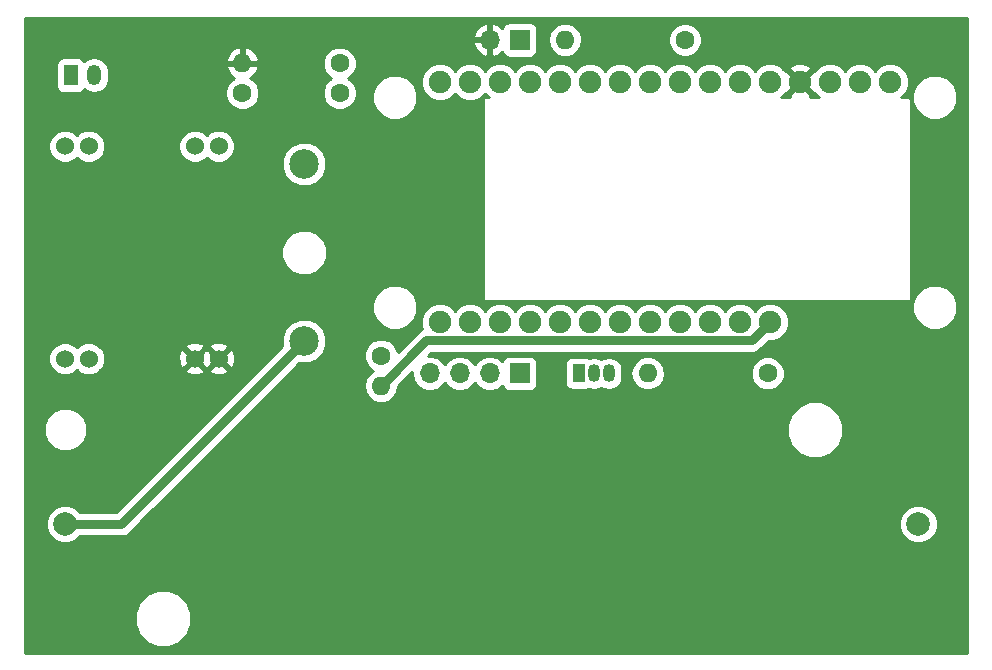
<source format=gbr>
%TF.GenerationSoftware,KiCad,Pcbnew,(5.0.2)-1*%
%TF.CreationDate,2019-03-08T17:26:47-06:00*%
%TF.ProjectId,IoT IPRO (plant pot),496f5420-4950-4524-9f20-28706c616e74,rev?*%
%TF.SameCoordinates,Original*%
%TF.FileFunction,Copper,L2,Bot*%
%TF.FilePolarity,Positive*%
%FSLAX46Y46*%
G04 Gerber Fmt 4.6, Leading zero omitted, Abs format (unit mm)*
G04 Created by KiCad (PCBNEW (5.0.2)-1) date 3/8/2019 5:26:47 PM*
%MOMM*%
%LPD*%
G01*
G04 APERTURE LIST*
%ADD10C,1.600000*%
%ADD11O,1.600000X1.600000*%
%ADD12C,1.524000*%
%ADD13C,2.500000*%
%ADD14R,1.200000X1.750000*%
%ADD15O,1.200000X1.750000*%
%ADD16C,1.900000*%
%ADD17C,2.000000*%
%ADD18R,1.700000X1.700000*%
%ADD19O,1.700000X1.700000*%
%ADD20R,1.050000X1.500000*%
%ADD21O,1.050000X1.500000*%
%ADD22C,0.800000*%
%ADD23C,0.800000*%
%ADD24C,0.254000*%
G04 APERTURE END LIST*
D10*
X77500000Y-39500000D03*
D11*
X77500000Y-36960000D03*
D10*
X89250000Y-61750000D03*
D11*
X89250000Y-64290000D03*
D12*
X73500000Y-44000000D03*
X64500000Y-62000000D03*
X62500000Y-62000000D03*
X73500000Y-62000000D03*
X75500000Y-62000000D03*
X62500000Y-44000000D03*
X64500000Y-44000000D03*
X75500000Y-44000000D03*
D10*
X85750000Y-39500000D03*
X85750000Y-37000000D03*
D13*
X82750000Y-45500000D03*
X82750000Y-60500000D03*
D14*
X63000000Y-38000000D03*
D15*
X65000000Y-38000000D03*
D10*
X115000000Y-35000000D03*
D11*
X104840000Y-35000000D03*
D16*
X122190000Y-58890000D03*
X119650000Y-58890000D03*
X117110000Y-58890000D03*
X114570000Y-58890000D03*
X112030000Y-58890000D03*
X109490000Y-58890000D03*
X106950000Y-58890000D03*
X104410000Y-58890000D03*
X101870000Y-58890000D03*
X99330000Y-58890000D03*
X96790000Y-58890000D03*
X94250000Y-58890000D03*
X94250000Y-38570000D03*
X96790000Y-38570000D03*
X99330000Y-38570000D03*
X101870000Y-38570000D03*
X104410000Y-38570000D03*
X106950000Y-38570000D03*
X109490000Y-38570000D03*
X112030000Y-38570000D03*
X114570000Y-38570000D03*
X117110000Y-38570000D03*
X119650000Y-38570000D03*
X122190000Y-38570000D03*
X124730000Y-38570000D03*
X127270000Y-38570000D03*
X129810000Y-38570000D03*
X132350000Y-38570000D03*
D17*
X134740000Y-76000000D03*
X62520000Y-76000000D03*
D18*
X101000000Y-63240000D03*
D19*
X98460000Y-63240000D03*
X95920000Y-63240000D03*
X93380000Y-63240000D03*
D18*
X101000000Y-35000000D03*
D19*
X98460000Y-35000000D03*
D11*
X111840000Y-63240000D03*
D10*
X122000000Y-63240000D03*
D20*
X106000000Y-63240000D03*
D21*
X108540000Y-63240000D03*
X107270000Y-63240000D03*
D22*
X73000000Y-38250000D03*
D23*
X67250000Y-76000000D02*
X82750000Y-60500000D01*
X62520000Y-76000000D02*
X67250000Y-76000000D01*
X120639999Y-60440001D02*
X121240001Y-59839999D01*
X93099999Y-60440001D02*
X120639999Y-60440001D01*
X121240001Y-59839999D02*
X122190000Y-58890000D01*
X89250000Y-64290000D02*
X93099999Y-60440001D01*
D24*
G36*
X138873000Y-86873000D02*
X59127000Y-86873000D01*
X59127000Y-83520621D01*
X68390000Y-83520621D01*
X68390000Y-84479379D01*
X68756900Y-85365156D01*
X69434844Y-86043100D01*
X70320621Y-86410000D01*
X71279379Y-86410000D01*
X72165156Y-86043100D01*
X72843100Y-85365156D01*
X73210000Y-84479379D01*
X73210000Y-83520621D01*
X72843100Y-82634844D01*
X72165156Y-81956900D01*
X71279379Y-81590000D01*
X70320621Y-81590000D01*
X69434844Y-81956900D01*
X68756900Y-82634844D01*
X68390000Y-83520621D01*
X59127000Y-83520621D01*
X59127000Y-75674778D01*
X60885000Y-75674778D01*
X60885000Y-76325222D01*
X61133914Y-76926153D01*
X61593847Y-77386086D01*
X62194778Y-77635000D01*
X62845222Y-77635000D01*
X63446153Y-77386086D01*
X63797239Y-77035000D01*
X67148066Y-77035000D01*
X67250000Y-77055276D01*
X67351934Y-77035000D01*
X67351935Y-77035000D01*
X67653837Y-76974948D01*
X67996193Y-76746193D01*
X68053937Y-76659773D01*
X69038932Y-75674778D01*
X133105000Y-75674778D01*
X133105000Y-76325222D01*
X133353914Y-76926153D01*
X133813847Y-77386086D01*
X134414778Y-77635000D01*
X135065222Y-77635000D01*
X135666153Y-77386086D01*
X136126086Y-76926153D01*
X136375000Y-76325222D01*
X136375000Y-75674778D01*
X136126086Y-75073847D01*
X135666153Y-74613914D01*
X135065222Y-74365000D01*
X134414778Y-74365000D01*
X133813847Y-74613914D01*
X133353914Y-75073847D01*
X133105000Y-75674778D01*
X69038932Y-75674778D01*
X77193089Y-67520621D01*
X123590000Y-67520621D01*
X123590000Y-68479379D01*
X123956900Y-69365156D01*
X124634844Y-70043100D01*
X125520621Y-70410000D01*
X126479379Y-70410000D01*
X127365156Y-70043100D01*
X128043100Y-69365156D01*
X128410000Y-68479379D01*
X128410000Y-67520621D01*
X128043100Y-66634844D01*
X127365156Y-65956900D01*
X126479379Y-65590000D01*
X125520621Y-65590000D01*
X124634844Y-65956900D01*
X123956900Y-66634844D01*
X123590000Y-67520621D01*
X77193089Y-67520621D01*
X80423710Y-64290000D01*
X87786887Y-64290000D01*
X87898260Y-64849909D01*
X88215423Y-65324577D01*
X88690091Y-65641740D01*
X89108667Y-65725000D01*
X89391333Y-65725000D01*
X89809909Y-65641740D01*
X90284577Y-65324577D01*
X90601740Y-64849909D01*
X90712965Y-64290745D01*
X91891284Y-63112427D01*
X91865908Y-63240000D01*
X91981161Y-63819418D01*
X92309375Y-64310625D01*
X92800582Y-64638839D01*
X93233744Y-64725000D01*
X93526256Y-64725000D01*
X93959418Y-64638839D01*
X94450625Y-64310625D01*
X94650000Y-64012239D01*
X94849375Y-64310625D01*
X95340582Y-64638839D01*
X95773744Y-64725000D01*
X96066256Y-64725000D01*
X96499418Y-64638839D01*
X96990625Y-64310625D01*
X97190000Y-64012239D01*
X97389375Y-64310625D01*
X97880582Y-64638839D01*
X98313744Y-64725000D01*
X98606256Y-64725000D01*
X99039418Y-64638839D01*
X99530625Y-64310625D01*
X99542816Y-64292381D01*
X99551843Y-64337765D01*
X99692191Y-64547809D01*
X99902235Y-64688157D01*
X100150000Y-64737440D01*
X101850000Y-64737440D01*
X102097765Y-64688157D01*
X102307809Y-64547809D01*
X102448157Y-64337765D01*
X102497440Y-64090000D01*
X102497440Y-62490000D01*
X104827560Y-62490000D01*
X104827560Y-63990000D01*
X104876843Y-64237765D01*
X105017191Y-64447809D01*
X105227235Y-64588157D01*
X105475000Y-64637440D01*
X106525000Y-64637440D01*
X106772765Y-64588157D01*
X106818134Y-64557842D01*
X107270000Y-64647725D01*
X107722609Y-64557695D01*
X107905000Y-64435825D01*
X108087392Y-64557695D01*
X108540000Y-64647725D01*
X108992609Y-64557695D01*
X109376313Y-64301313D01*
X109632695Y-63917608D01*
X109700000Y-63579245D01*
X109700000Y-63240000D01*
X110376887Y-63240000D01*
X110488260Y-63799909D01*
X110805423Y-64274577D01*
X111280091Y-64591740D01*
X111698667Y-64675000D01*
X111981333Y-64675000D01*
X112399909Y-64591740D01*
X112874577Y-64274577D01*
X113191740Y-63799909D01*
X113303113Y-63240000D01*
X113246336Y-62954561D01*
X120565000Y-62954561D01*
X120565000Y-63525439D01*
X120783466Y-64052862D01*
X121187138Y-64456534D01*
X121714561Y-64675000D01*
X122285439Y-64675000D01*
X122812862Y-64456534D01*
X123216534Y-64052862D01*
X123435000Y-63525439D01*
X123435000Y-62954561D01*
X123216534Y-62427138D01*
X122812862Y-62023466D01*
X122285439Y-61805000D01*
X121714561Y-61805000D01*
X121187138Y-62023466D01*
X120783466Y-62427138D01*
X120565000Y-62954561D01*
X113246336Y-62954561D01*
X113191740Y-62680091D01*
X112874577Y-62205423D01*
X112399909Y-61888260D01*
X111981333Y-61805000D01*
X111698667Y-61805000D01*
X111280091Y-61888260D01*
X110805423Y-62205423D01*
X110488260Y-62680091D01*
X110376887Y-63240000D01*
X109700000Y-63240000D01*
X109700000Y-62900754D01*
X109632695Y-62562391D01*
X109376313Y-62178687D01*
X108992608Y-61922305D01*
X108540000Y-61832275D01*
X108087391Y-61922305D01*
X107905000Y-62044175D01*
X107722608Y-61922305D01*
X107270000Y-61832275D01*
X106818133Y-61922157D01*
X106772765Y-61891843D01*
X106525000Y-61842560D01*
X105475000Y-61842560D01*
X105227235Y-61891843D01*
X105017191Y-62032191D01*
X104876843Y-62242235D01*
X104827560Y-62490000D01*
X102497440Y-62490000D01*
X102497440Y-62390000D01*
X102448157Y-62142235D01*
X102307809Y-61932191D01*
X102097765Y-61791843D01*
X101850000Y-61742560D01*
X100150000Y-61742560D01*
X99902235Y-61791843D01*
X99692191Y-61932191D01*
X99551843Y-62142235D01*
X99542816Y-62187619D01*
X99530625Y-62169375D01*
X99039418Y-61841161D01*
X98606256Y-61755000D01*
X98313744Y-61755000D01*
X97880582Y-61841161D01*
X97389375Y-62169375D01*
X97190000Y-62467761D01*
X96990625Y-62169375D01*
X96499418Y-61841161D01*
X96066256Y-61755000D01*
X95773744Y-61755000D01*
X95340582Y-61841161D01*
X94849375Y-62169375D01*
X94650000Y-62467761D01*
X94450625Y-62169375D01*
X93959418Y-61841161D01*
X93526256Y-61755000D01*
X93248711Y-61755000D01*
X93528710Y-61475001D01*
X120538065Y-61475001D01*
X120639999Y-61495277D01*
X120741933Y-61475001D01*
X120741934Y-61475001D01*
X121043836Y-61414949D01*
X121386192Y-61186194D01*
X121443936Y-61099774D01*
X122068710Y-60475000D01*
X122505276Y-60475000D01*
X123087830Y-60233698D01*
X123533698Y-59787830D01*
X123775000Y-59205276D01*
X123775000Y-58574724D01*
X123533698Y-57992170D01*
X123087830Y-57546302D01*
X122505276Y-57305000D01*
X121874724Y-57305000D01*
X121292170Y-57546302D01*
X120920000Y-57918472D01*
X120547830Y-57546302D01*
X119965276Y-57305000D01*
X119334724Y-57305000D01*
X118752170Y-57546302D01*
X118380000Y-57918472D01*
X118007830Y-57546302D01*
X117425276Y-57305000D01*
X116794724Y-57305000D01*
X116212170Y-57546302D01*
X115840000Y-57918472D01*
X115467830Y-57546302D01*
X114885276Y-57305000D01*
X114254724Y-57305000D01*
X113672170Y-57546302D01*
X113300000Y-57918472D01*
X112927830Y-57546302D01*
X112345276Y-57305000D01*
X111714724Y-57305000D01*
X111132170Y-57546302D01*
X110760000Y-57918472D01*
X110387830Y-57546302D01*
X109805276Y-57305000D01*
X109174724Y-57305000D01*
X108592170Y-57546302D01*
X108220000Y-57918472D01*
X107847830Y-57546302D01*
X107265276Y-57305000D01*
X106634724Y-57305000D01*
X106052170Y-57546302D01*
X105680000Y-57918472D01*
X105307830Y-57546302D01*
X104725276Y-57305000D01*
X104094724Y-57305000D01*
X103512170Y-57546302D01*
X103140000Y-57918472D01*
X102767830Y-57546302D01*
X102185276Y-57305000D01*
X101554724Y-57305000D01*
X100972170Y-57546302D01*
X100600000Y-57918472D01*
X100227830Y-57546302D01*
X99645276Y-57305000D01*
X99014724Y-57305000D01*
X98432170Y-57546302D01*
X98060000Y-57918472D01*
X97687830Y-57546302D01*
X97105276Y-57305000D01*
X96474724Y-57305000D01*
X95892170Y-57546302D01*
X95520000Y-57918472D01*
X95147830Y-57546302D01*
X94565276Y-57305000D01*
X93934724Y-57305000D01*
X93352170Y-57546302D01*
X92906302Y-57992170D01*
X92665000Y-58574724D01*
X92665000Y-59205276D01*
X92766785Y-59451005D01*
X92696162Y-59465053D01*
X92353806Y-59693808D01*
X92296064Y-59780225D01*
X90663539Y-61412750D01*
X90466534Y-60937138D01*
X90062862Y-60533466D01*
X89535439Y-60315000D01*
X88964561Y-60315000D01*
X88437138Y-60533466D01*
X88033466Y-60937138D01*
X87815000Y-61464561D01*
X87815000Y-62035439D01*
X88033466Y-62562862D01*
X88437138Y-62966534D01*
X88567168Y-63020394D01*
X88215423Y-63255423D01*
X87898260Y-63730091D01*
X87786887Y-64290000D01*
X80423710Y-64290000D01*
X82342283Y-62371428D01*
X82375050Y-62385000D01*
X83124950Y-62385000D01*
X83817767Y-62098026D01*
X84348026Y-61567767D01*
X84635000Y-60874950D01*
X84635000Y-60125050D01*
X84348026Y-59432233D01*
X83817767Y-58901974D01*
X83124950Y-58615000D01*
X82375050Y-58615000D01*
X81682233Y-58901974D01*
X81151974Y-59432233D01*
X80865000Y-60125050D01*
X80865000Y-60874950D01*
X80878572Y-60907717D01*
X66821290Y-74965000D01*
X63797239Y-74965000D01*
X63446153Y-74613914D01*
X62845222Y-74365000D01*
X62194778Y-74365000D01*
X61593847Y-74613914D01*
X61133914Y-75073847D01*
X60885000Y-75674778D01*
X59127000Y-75674778D01*
X59127000Y-67635990D01*
X60690000Y-67635990D01*
X60690000Y-68364010D01*
X60968601Y-69036612D01*
X61483388Y-69551399D01*
X62155990Y-69830000D01*
X62884010Y-69830000D01*
X63556612Y-69551399D01*
X64071399Y-69036612D01*
X64350000Y-68364010D01*
X64350000Y-67635990D01*
X64071399Y-66963388D01*
X63556612Y-66448601D01*
X62884010Y-66170000D01*
X62155990Y-66170000D01*
X61483388Y-66448601D01*
X60968601Y-66963388D01*
X60690000Y-67635990D01*
X59127000Y-67635990D01*
X59127000Y-61722119D01*
X61103000Y-61722119D01*
X61103000Y-62277881D01*
X61315680Y-62791337D01*
X61708663Y-63184320D01*
X62222119Y-63397000D01*
X62777881Y-63397000D01*
X63291337Y-63184320D01*
X63500000Y-62975657D01*
X63708663Y-63184320D01*
X64222119Y-63397000D01*
X64777881Y-63397000D01*
X65291337Y-63184320D01*
X65495444Y-62980213D01*
X72699392Y-62980213D01*
X72768857Y-63222397D01*
X73292302Y-63409144D01*
X73847368Y-63381362D01*
X74231143Y-63222397D01*
X74300608Y-62980213D01*
X74699392Y-62980213D01*
X74768857Y-63222397D01*
X75292302Y-63409144D01*
X75847368Y-63381362D01*
X76231143Y-63222397D01*
X76300608Y-62980213D01*
X75500000Y-62179605D01*
X74699392Y-62980213D01*
X74300608Y-62980213D01*
X73500000Y-62179605D01*
X72699392Y-62980213D01*
X65495444Y-62980213D01*
X65684320Y-62791337D01*
X65897000Y-62277881D01*
X65897000Y-61792302D01*
X72090856Y-61792302D01*
X72118638Y-62347368D01*
X72277603Y-62731143D01*
X72519787Y-62800608D01*
X73320395Y-62000000D01*
X73679605Y-62000000D01*
X74183455Y-62503850D01*
X74277603Y-62731143D01*
X74464297Y-62784692D01*
X74480213Y-62800608D01*
X74500000Y-62794933D01*
X74519787Y-62800608D01*
X74535703Y-62784692D01*
X74722397Y-62731143D01*
X74796245Y-62524150D01*
X75320395Y-62000000D01*
X75679605Y-62000000D01*
X76480213Y-62800608D01*
X76722397Y-62731143D01*
X76909144Y-62207698D01*
X76881362Y-61652632D01*
X76722397Y-61268857D01*
X76480213Y-61199392D01*
X75679605Y-62000000D01*
X75320395Y-62000000D01*
X74816545Y-61496150D01*
X74722397Y-61268857D01*
X74535703Y-61215308D01*
X74519787Y-61199392D01*
X74500000Y-61205067D01*
X74480213Y-61199392D01*
X74464297Y-61215308D01*
X74277603Y-61268857D01*
X74203755Y-61475850D01*
X73679605Y-62000000D01*
X73320395Y-62000000D01*
X72519787Y-61199392D01*
X72277603Y-61268857D01*
X72090856Y-61792302D01*
X65897000Y-61792302D01*
X65897000Y-61722119D01*
X65684320Y-61208663D01*
X65495444Y-61019787D01*
X72699392Y-61019787D01*
X73500000Y-61820395D01*
X74300608Y-61019787D01*
X74699392Y-61019787D01*
X75500000Y-61820395D01*
X76300608Y-61019787D01*
X76231143Y-60777603D01*
X75707698Y-60590856D01*
X75152632Y-60618638D01*
X74768857Y-60777603D01*
X74699392Y-61019787D01*
X74300608Y-61019787D01*
X74231143Y-60777603D01*
X73707698Y-60590856D01*
X73152632Y-60618638D01*
X72768857Y-60777603D01*
X72699392Y-61019787D01*
X65495444Y-61019787D01*
X65291337Y-60815680D01*
X64777881Y-60603000D01*
X64222119Y-60603000D01*
X63708663Y-60815680D01*
X63500000Y-61024343D01*
X63291337Y-60815680D01*
X62777881Y-60603000D01*
X62222119Y-60603000D01*
X61708663Y-60815680D01*
X61315680Y-61208663D01*
X61103000Y-61722119D01*
X59127000Y-61722119D01*
X59127000Y-57241072D01*
X88535000Y-57241072D01*
X88535000Y-57998928D01*
X88825019Y-58699096D01*
X89360904Y-59234981D01*
X90061072Y-59525000D01*
X90818928Y-59525000D01*
X91519096Y-59234981D01*
X92054981Y-58699096D01*
X92345000Y-57998928D01*
X92345000Y-57241072D01*
X134255000Y-57241072D01*
X134255000Y-57998928D01*
X134545019Y-58699096D01*
X135080904Y-59234981D01*
X135781072Y-59525000D01*
X136538928Y-59525000D01*
X137239096Y-59234981D01*
X137774981Y-58699096D01*
X138065000Y-57998928D01*
X138065000Y-57241072D01*
X137774981Y-56540904D01*
X137239096Y-56005019D01*
X136538928Y-55715000D01*
X135781072Y-55715000D01*
X135080904Y-56005019D01*
X134545019Y-56540904D01*
X134255000Y-57241072D01*
X92345000Y-57241072D01*
X92054981Y-56540904D01*
X91519096Y-56005019D01*
X90818928Y-55715000D01*
X90061072Y-55715000D01*
X89360904Y-56005019D01*
X88825019Y-56540904D01*
X88535000Y-57241072D01*
X59127000Y-57241072D01*
X59127000Y-52615105D01*
X80815000Y-52615105D01*
X80815000Y-53384895D01*
X81109586Y-54096090D01*
X81653910Y-54640414D01*
X82365105Y-54935000D01*
X83134895Y-54935000D01*
X83846090Y-54640414D01*
X84390414Y-54096090D01*
X84685000Y-53384895D01*
X84685000Y-52615105D01*
X84390414Y-51903910D01*
X83846090Y-51359586D01*
X83134895Y-51065000D01*
X82365105Y-51065000D01*
X81653910Y-51359586D01*
X81109586Y-51903910D01*
X80815000Y-52615105D01*
X59127000Y-52615105D01*
X59127000Y-43722119D01*
X61103000Y-43722119D01*
X61103000Y-44277881D01*
X61315680Y-44791337D01*
X61708663Y-45184320D01*
X62222119Y-45397000D01*
X62777881Y-45397000D01*
X63291337Y-45184320D01*
X63500000Y-44975657D01*
X63708663Y-45184320D01*
X64222119Y-45397000D01*
X64777881Y-45397000D01*
X65291337Y-45184320D01*
X65684320Y-44791337D01*
X65897000Y-44277881D01*
X65897000Y-43722119D01*
X72103000Y-43722119D01*
X72103000Y-44277881D01*
X72315680Y-44791337D01*
X72708663Y-45184320D01*
X73222119Y-45397000D01*
X73777881Y-45397000D01*
X74291337Y-45184320D01*
X74500000Y-44975657D01*
X74708663Y-45184320D01*
X75222119Y-45397000D01*
X75777881Y-45397000D01*
X76291337Y-45184320D01*
X76350607Y-45125050D01*
X80865000Y-45125050D01*
X80865000Y-45874950D01*
X81151974Y-46567767D01*
X81682233Y-47098026D01*
X82375050Y-47385000D01*
X83124950Y-47385000D01*
X83817767Y-47098026D01*
X84348026Y-46567767D01*
X84635000Y-45874950D01*
X84635000Y-45125050D01*
X84348026Y-44432233D01*
X83817767Y-43901974D01*
X83124950Y-43615000D01*
X82375050Y-43615000D01*
X81682233Y-43901974D01*
X81151974Y-44432233D01*
X80865000Y-45125050D01*
X76350607Y-45125050D01*
X76684320Y-44791337D01*
X76897000Y-44277881D01*
X76897000Y-43722119D01*
X76684320Y-43208663D01*
X76291337Y-42815680D01*
X75777881Y-42603000D01*
X75222119Y-42603000D01*
X74708663Y-42815680D01*
X74500000Y-43024343D01*
X74291337Y-42815680D01*
X73777881Y-42603000D01*
X73222119Y-42603000D01*
X72708663Y-42815680D01*
X72315680Y-43208663D01*
X72103000Y-43722119D01*
X65897000Y-43722119D01*
X65684320Y-43208663D01*
X65291337Y-42815680D01*
X64777881Y-42603000D01*
X64222119Y-42603000D01*
X63708663Y-42815680D01*
X63500000Y-43024343D01*
X63291337Y-42815680D01*
X62777881Y-42603000D01*
X62222119Y-42603000D01*
X61708663Y-42815680D01*
X61315680Y-43208663D01*
X61103000Y-43722119D01*
X59127000Y-43722119D01*
X59127000Y-37125000D01*
X61752560Y-37125000D01*
X61752560Y-38875000D01*
X61801843Y-39122765D01*
X61942191Y-39332809D01*
X62152235Y-39473157D01*
X62400000Y-39522440D01*
X63600000Y-39522440D01*
X63847765Y-39473157D01*
X64057809Y-39332809D01*
X64151140Y-39193130D01*
X64518128Y-39438344D01*
X65000000Y-39534195D01*
X65481873Y-39438344D01*
X65816787Y-39214561D01*
X76065000Y-39214561D01*
X76065000Y-39785439D01*
X76283466Y-40312862D01*
X76687138Y-40716534D01*
X77214561Y-40935000D01*
X77785439Y-40935000D01*
X78312862Y-40716534D01*
X78716534Y-40312862D01*
X78935000Y-39785439D01*
X78935000Y-39214561D01*
X78716534Y-38687138D01*
X78312862Y-38283466D01*
X78163573Y-38221628D01*
X78237423Y-38191041D01*
X78652389Y-37815134D01*
X78891914Y-37309041D01*
X78770629Y-37087000D01*
X77627000Y-37087000D01*
X77627000Y-37107000D01*
X77373000Y-37107000D01*
X77373000Y-37087000D01*
X76229371Y-37087000D01*
X76108086Y-37309041D01*
X76347611Y-37815134D01*
X76762577Y-38191041D01*
X76836427Y-38221628D01*
X76687138Y-38283466D01*
X76283466Y-38687138D01*
X76065000Y-39214561D01*
X65816787Y-39214561D01*
X65890385Y-39165385D01*
X66163344Y-38756872D01*
X66235000Y-38396635D01*
X66235000Y-37603364D01*
X66163344Y-37243127D01*
X65890385Y-36834615D01*
X65555660Y-36610959D01*
X76108086Y-36610959D01*
X76229371Y-36833000D01*
X77373000Y-36833000D01*
X77373000Y-35690085D01*
X77627000Y-35690085D01*
X77627000Y-36833000D01*
X78770629Y-36833000D01*
X78835323Y-36714561D01*
X84315000Y-36714561D01*
X84315000Y-37285439D01*
X84533466Y-37812862D01*
X84937138Y-38216534D01*
X85017932Y-38250000D01*
X84937138Y-38283466D01*
X84533466Y-38687138D01*
X84315000Y-39214561D01*
X84315000Y-39785439D01*
X84533466Y-40312862D01*
X84937138Y-40716534D01*
X85464561Y-40935000D01*
X86035439Y-40935000D01*
X86562862Y-40716534D01*
X86966534Y-40312862D01*
X87185000Y-39785439D01*
X87185000Y-39461072D01*
X88535000Y-39461072D01*
X88535000Y-40218928D01*
X88825019Y-40919096D01*
X89360904Y-41454981D01*
X90061072Y-41745000D01*
X90818928Y-41745000D01*
X91519096Y-41454981D01*
X92054981Y-40919096D01*
X92345000Y-40218928D01*
X92345000Y-39461072D01*
X92054981Y-38760904D01*
X91548801Y-38254724D01*
X92665000Y-38254724D01*
X92665000Y-38885276D01*
X92906302Y-39467830D01*
X93352170Y-39913698D01*
X93934724Y-40155000D01*
X94565276Y-40155000D01*
X95147830Y-39913698D01*
X95520000Y-39541528D01*
X95892170Y-39913698D01*
X96474724Y-40155000D01*
X97105276Y-40155000D01*
X97687830Y-39913698D01*
X98060000Y-39541528D01*
X98391472Y-39873000D01*
X98000000Y-39873000D01*
X97951399Y-39882667D01*
X97910197Y-39910197D01*
X97882667Y-39951399D01*
X97873000Y-40000000D01*
X97873000Y-57000000D01*
X97882667Y-57048601D01*
X97910197Y-57089803D01*
X97951399Y-57117333D01*
X98000000Y-57127000D01*
X134000000Y-57127000D01*
X134048601Y-57117333D01*
X134089803Y-57089803D01*
X134117333Y-57048601D01*
X134127000Y-57000000D01*
X134127000Y-40000000D01*
X134117333Y-39951399D01*
X134089803Y-39910197D01*
X134048601Y-39882667D01*
X134000000Y-39873000D01*
X133288528Y-39873000D01*
X133693698Y-39467830D01*
X133696497Y-39461072D01*
X134255000Y-39461072D01*
X134255000Y-40218928D01*
X134545019Y-40919096D01*
X135080904Y-41454981D01*
X135781072Y-41745000D01*
X136538928Y-41745000D01*
X137239096Y-41454981D01*
X137774981Y-40919096D01*
X138065000Y-40218928D01*
X138065000Y-39461072D01*
X137774981Y-38760904D01*
X137239096Y-38225019D01*
X136538928Y-37935000D01*
X135781072Y-37935000D01*
X135080904Y-38225019D01*
X134545019Y-38760904D01*
X134255000Y-39461072D01*
X133696497Y-39461072D01*
X133935000Y-38885276D01*
X133935000Y-38254724D01*
X133693698Y-37672170D01*
X133247830Y-37226302D01*
X132665276Y-36985000D01*
X132034724Y-36985000D01*
X131452170Y-37226302D01*
X131080000Y-37598472D01*
X130707830Y-37226302D01*
X130125276Y-36985000D01*
X129494724Y-36985000D01*
X128912170Y-37226302D01*
X128540000Y-37598472D01*
X128167830Y-37226302D01*
X127585276Y-36985000D01*
X126954724Y-36985000D01*
X126372170Y-37226302D01*
X125934163Y-37664309D01*
X125846350Y-37633255D01*
X124909605Y-38570000D01*
X125846350Y-39506745D01*
X125934163Y-39475691D01*
X126331472Y-39873000D01*
X125600738Y-39873000D01*
X125666745Y-39686350D01*
X124730000Y-38749605D01*
X123793255Y-39686350D01*
X123859262Y-39873000D01*
X123128528Y-39873000D01*
X123525837Y-39475691D01*
X123613650Y-39506745D01*
X124550395Y-38570000D01*
X123613650Y-37633255D01*
X123525837Y-37664309D01*
X123315178Y-37453650D01*
X123793255Y-37453650D01*
X124730000Y-38390395D01*
X125666745Y-37453650D01*
X125574208Y-37191981D01*
X124982602Y-36973812D01*
X124352539Y-36998648D01*
X123885792Y-37191981D01*
X123793255Y-37453650D01*
X123315178Y-37453650D01*
X123087830Y-37226302D01*
X122505276Y-36985000D01*
X121874724Y-36985000D01*
X121292170Y-37226302D01*
X120920000Y-37598472D01*
X120547830Y-37226302D01*
X119965276Y-36985000D01*
X119334724Y-36985000D01*
X118752170Y-37226302D01*
X118380000Y-37598472D01*
X118007830Y-37226302D01*
X117425276Y-36985000D01*
X116794724Y-36985000D01*
X116212170Y-37226302D01*
X115840000Y-37598472D01*
X115467830Y-37226302D01*
X114885276Y-36985000D01*
X114254724Y-36985000D01*
X113672170Y-37226302D01*
X113300000Y-37598472D01*
X112927830Y-37226302D01*
X112345276Y-36985000D01*
X111714724Y-36985000D01*
X111132170Y-37226302D01*
X110760000Y-37598472D01*
X110387830Y-37226302D01*
X109805276Y-36985000D01*
X109174724Y-36985000D01*
X108592170Y-37226302D01*
X108220000Y-37598472D01*
X107847830Y-37226302D01*
X107265276Y-36985000D01*
X106634724Y-36985000D01*
X106052170Y-37226302D01*
X105680000Y-37598472D01*
X105307830Y-37226302D01*
X104725276Y-36985000D01*
X104094724Y-36985000D01*
X103512170Y-37226302D01*
X103140000Y-37598472D01*
X102767830Y-37226302D01*
X102185276Y-36985000D01*
X101554724Y-36985000D01*
X100972170Y-37226302D01*
X100600000Y-37598472D01*
X100227830Y-37226302D01*
X99645276Y-36985000D01*
X99014724Y-36985000D01*
X98432170Y-37226302D01*
X98060000Y-37598472D01*
X97687830Y-37226302D01*
X97105276Y-36985000D01*
X96474724Y-36985000D01*
X95892170Y-37226302D01*
X95520000Y-37598472D01*
X95147830Y-37226302D01*
X94565276Y-36985000D01*
X93934724Y-36985000D01*
X93352170Y-37226302D01*
X92906302Y-37672170D01*
X92665000Y-38254724D01*
X91548801Y-38254724D01*
X91519096Y-38225019D01*
X90818928Y-37935000D01*
X90061072Y-37935000D01*
X89360904Y-38225019D01*
X88825019Y-38760904D01*
X88535000Y-39461072D01*
X87185000Y-39461072D01*
X87185000Y-39214561D01*
X86966534Y-38687138D01*
X86562862Y-38283466D01*
X86482068Y-38250000D01*
X86562862Y-38216534D01*
X86966534Y-37812862D01*
X87185000Y-37285439D01*
X87185000Y-36714561D01*
X86966534Y-36187138D01*
X86562862Y-35783466D01*
X86035439Y-35565000D01*
X85464561Y-35565000D01*
X84937138Y-35783466D01*
X84533466Y-36187138D01*
X84315000Y-36714561D01*
X78835323Y-36714561D01*
X78891914Y-36610959D01*
X78652389Y-36104866D01*
X78237423Y-35728959D01*
X77849039Y-35568096D01*
X77627000Y-35690085D01*
X77373000Y-35690085D01*
X77150961Y-35568096D01*
X76762577Y-35728959D01*
X76347611Y-36104866D01*
X76108086Y-36610959D01*
X65555660Y-36610959D01*
X65481872Y-36561656D01*
X65000000Y-36465805D01*
X64518127Y-36561656D01*
X64151140Y-36806869D01*
X64057809Y-36667191D01*
X63847765Y-36526843D01*
X63600000Y-36477560D01*
X62400000Y-36477560D01*
X62152235Y-36526843D01*
X61942191Y-36667191D01*
X61801843Y-36877235D01*
X61752560Y-37125000D01*
X59127000Y-37125000D01*
X59127000Y-35356892D01*
X97018514Y-35356892D01*
X97264817Y-35881358D01*
X97693076Y-36271645D01*
X98103110Y-36441476D01*
X98333000Y-36320155D01*
X98333000Y-35127000D01*
X97139181Y-35127000D01*
X97018514Y-35356892D01*
X59127000Y-35356892D01*
X59127000Y-34643108D01*
X97018514Y-34643108D01*
X97139181Y-34873000D01*
X98333000Y-34873000D01*
X98333000Y-33679845D01*
X98587000Y-33679845D01*
X98587000Y-34873000D01*
X98607000Y-34873000D01*
X98607000Y-35127000D01*
X98587000Y-35127000D01*
X98587000Y-36320155D01*
X98816890Y-36441476D01*
X99226924Y-36271645D01*
X99531261Y-35994292D01*
X99551843Y-36097765D01*
X99692191Y-36307809D01*
X99902235Y-36448157D01*
X100150000Y-36497440D01*
X101850000Y-36497440D01*
X102097765Y-36448157D01*
X102307809Y-36307809D01*
X102448157Y-36097765D01*
X102497440Y-35850000D01*
X102497440Y-35000000D01*
X103376887Y-35000000D01*
X103488260Y-35559909D01*
X103805423Y-36034577D01*
X104280091Y-36351740D01*
X104698667Y-36435000D01*
X104981333Y-36435000D01*
X105399909Y-36351740D01*
X105874577Y-36034577D01*
X106191740Y-35559909D01*
X106303113Y-35000000D01*
X106246336Y-34714561D01*
X113565000Y-34714561D01*
X113565000Y-35285439D01*
X113783466Y-35812862D01*
X114187138Y-36216534D01*
X114714561Y-36435000D01*
X115285439Y-36435000D01*
X115812862Y-36216534D01*
X116216534Y-35812862D01*
X116435000Y-35285439D01*
X116435000Y-34714561D01*
X116216534Y-34187138D01*
X115812862Y-33783466D01*
X115285439Y-33565000D01*
X114714561Y-33565000D01*
X114187138Y-33783466D01*
X113783466Y-34187138D01*
X113565000Y-34714561D01*
X106246336Y-34714561D01*
X106191740Y-34440091D01*
X105874577Y-33965423D01*
X105399909Y-33648260D01*
X104981333Y-33565000D01*
X104698667Y-33565000D01*
X104280091Y-33648260D01*
X103805423Y-33965423D01*
X103488260Y-34440091D01*
X103376887Y-35000000D01*
X102497440Y-35000000D01*
X102497440Y-34150000D01*
X102448157Y-33902235D01*
X102307809Y-33692191D01*
X102097765Y-33551843D01*
X101850000Y-33502560D01*
X100150000Y-33502560D01*
X99902235Y-33551843D01*
X99692191Y-33692191D01*
X99551843Y-33902235D01*
X99531261Y-34005708D01*
X99226924Y-33728355D01*
X98816890Y-33558524D01*
X98587000Y-33679845D01*
X98333000Y-33679845D01*
X98103110Y-33558524D01*
X97693076Y-33728355D01*
X97264817Y-34118642D01*
X97018514Y-34643108D01*
X59127000Y-34643108D01*
X59127000Y-33127000D01*
X138873000Y-33127000D01*
X138873000Y-86873000D01*
X138873000Y-86873000D01*
G37*
X138873000Y-86873000D02*
X59127000Y-86873000D01*
X59127000Y-83520621D01*
X68390000Y-83520621D01*
X68390000Y-84479379D01*
X68756900Y-85365156D01*
X69434844Y-86043100D01*
X70320621Y-86410000D01*
X71279379Y-86410000D01*
X72165156Y-86043100D01*
X72843100Y-85365156D01*
X73210000Y-84479379D01*
X73210000Y-83520621D01*
X72843100Y-82634844D01*
X72165156Y-81956900D01*
X71279379Y-81590000D01*
X70320621Y-81590000D01*
X69434844Y-81956900D01*
X68756900Y-82634844D01*
X68390000Y-83520621D01*
X59127000Y-83520621D01*
X59127000Y-75674778D01*
X60885000Y-75674778D01*
X60885000Y-76325222D01*
X61133914Y-76926153D01*
X61593847Y-77386086D01*
X62194778Y-77635000D01*
X62845222Y-77635000D01*
X63446153Y-77386086D01*
X63797239Y-77035000D01*
X67148066Y-77035000D01*
X67250000Y-77055276D01*
X67351934Y-77035000D01*
X67351935Y-77035000D01*
X67653837Y-76974948D01*
X67996193Y-76746193D01*
X68053937Y-76659773D01*
X69038932Y-75674778D01*
X133105000Y-75674778D01*
X133105000Y-76325222D01*
X133353914Y-76926153D01*
X133813847Y-77386086D01*
X134414778Y-77635000D01*
X135065222Y-77635000D01*
X135666153Y-77386086D01*
X136126086Y-76926153D01*
X136375000Y-76325222D01*
X136375000Y-75674778D01*
X136126086Y-75073847D01*
X135666153Y-74613914D01*
X135065222Y-74365000D01*
X134414778Y-74365000D01*
X133813847Y-74613914D01*
X133353914Y-75073847D01*
X133105000Y-75674778D01*
X69038932Y-75674778D01*
X77193089Y-67520621D01*
X123590000Y-67520621D01*
X123590000Y-68479379D01*
X123956900Y-69365156D01*
X124634844Y-70043100D01*
X125520621Y-70410000D01*
X126479379Y-70410000D01*
X127365156Y-70043100D01*
X128043100Y-69365156D01*
X128410000Y-68479379D01*
X128410000Y-67520621D01*
X128043100Y-66634844D01*
X127365156Y-65956900D01*
X126479379Y-65590000D01*
X125520621Y-65590000D01*
X124634844Y-65956900D01*
X123956900Y-66634844D01*
X123590000Y-67520621D01*
X77193089Y-67520621D01*
X80423710Y-64290000D01*
X87786887Y-64290000D01*
X87898260Y-64849909D01*
X88215423Y-65324577D01*
X88690091Y-65641740D01*
X89108667Y-65725000D01*
X89391333Y-65725000D01*
X89809909Y-65641740D01*
X90284577Y-65324577D01*
X90601740Y-64849909D01*
X90712965Y-64290745D01*
X91891284Y-63112427D01*
X91865908Y-63240000D01*
X91981161Y-63819418D01*
X92309375Y-64310625D01*
X92800582Y-64638839D01*
X93233744Y-64725000D01*
X93526256Y-64725000D01*
X93959418Y-64638839D01*
X94450625Y-64310625D01*
X94650000Y-64012239D01*
X94849375Y-64310625D01*
X95340582Y-64638839D01*
X95773744Y-64725000D01*
X96066256Y-64725000D01*
X96499418Y-64638839D01*
X96990625Y-64310625D01*
X97190000Y-64012239D01*
X97389375Y-64310625D01*
X97880582Y-64638839D01*
X98313744Y-64725000D01*
X98606256Y-64725000D01*
X99039418Y-64638839D01*
X99530625Y-64310625D01*
X99542816Y-64292381D01*
X99551843Y-64337765D01*
X99692191Y-64547809D01*
X99902235Y-64688157D01*
X100150000Y-64737440D01*
X101850000Y-64737440D01*
X102097765Y-64688157D01*
X102307809Y-64547809D01*
X102448157Y-64337765D01*
X102497440Y-64090000D01*
X102497440Y-62490000D01*
X104827560Y-62490000D01*
X104827560Y-63990000D01*
X104876843Y-64237765D01*
X105017191Y-64447809D01*
X105227235Y-64588157D01*
X105475000Y-64637440D01*
X106525000Y-64637440D01*
X106772765Y-64588157D01*
X106818134Y-64557842D01*
X107270000Y-64647725D01*
X107722609Y-64557695D01*
X107905000Y-64435825D01*
X108087392Y-64557695D01*
X108540000Y-64647725D01*
X108992609Y-64557695D01*
X109376313Y-64301313D01*
X109632695Y-63917608D01*
X109700000Y-63579245D01*
X109700000Y-63240000D01*
X110376887Y-63240000D01*
X110488260Y-63799909D01*
X110805423Y-64274577D01*
X111280091Y-64591740D01*
X111698667Y-64675000D01*
X111981333Y-64675000D01*
X112399909Y-64591740D01*
X112874577Y-64274577D01*
X113191740Y-63799909D01*
X113303113Y-63240000D01*
X113246336Y-62954561D01*
X120565000Y-62954561D01*
X120565000Y-63525439D01*
X120783466Y-64052862D01*
X121187138Y-64456534D01*
X121714561Y-64675000D01*
X122285439Y-64675000D01*
X122812862Y-64456534D01*
X123216534Y-64052862D01*
X123435000Y-63525439D01*
X123435000Y-62954561D01*
X123216534Y-62427138D01*
X122812862Y-62023466D01*
X122285439Y-61805000D01*
X121714561Y-61805000D01*
X121187138Y-62023466D01*
X120783466Y-62427138D01*
X120565000Y-62954561D01*
X113246336Y-62954561D01*
X113191740Y-62680091D01*
X112874577Y-62205423D01*
X112399909Y-61888260D01*
X111981333Y-61805000D01*
X111698667Y-61805000D01*
X111280091Y-61888260D01*
X110805423Y-62205423D01*
X110488260Y-62680091D01*
X110376887Y-63240000D01*
X109700000Y-63240000D01*
X109700000Y-62900754D01*
X109632695Y-62562391D01*
X109376313Y-62178687D01*
X108992608Y-61922305D01*
X108540000Y-61832275D01*
X108087391Y-61922305D01*
X107905000Y-62044175D01*
X107722608Y-61922305D01*
X107270000Y-61832275D01*
X106818133Y-61922157D01*
X106772765Y-61891843D01*
X106525000Y-61842560D01*
X105475000Y-61842560D01*
X105227235Y-61891843D01*
X105017191Y-62032191D01*
X104876843Y-62242235D01*
X104827560Y-62490000D01*
X102497440Y-62490000D01*
X102497440Y-62390000D01*
X102448157Y-62142235D01*
X102307809Y-61932191D01*
X102097765Y-61791843D01*
X101850000Y-61742560D01*
X100150000Y-61742560D01*
X99902235Y-61791843D01*
X99692191Y-61932191D01*
X99551843Y-62142235D01*
X99542816Y-62187619D01*
X99530625Y-62169375D01*
X99039418Y-61841161D01*
X98606256Y-61755000D01*
X98313744Y-61755000D01*
X97880582Y-61841161D01*
X97389375Y-62169375D01*
X97190000Y-62467761D01*
X96990625Y-62169375D01*
X96499418Y-61841161D01*
X96066256Y-61755000D01*
X95773744Y-61755000D01*
X95340582Y-61841161D01*
X94849375Y-62169375D01*
X94650000Y-62467761D01*
X94450625Y-62169375D01*
X93959418Y-61841161D01*
X93526256Y-61755000D01*
X93248711Y-61755000D01*
X93528710Y-61475001D01*
X120538065Y-61475001D01*
X120639999Y-61495277D01*
X120741933Y-61475001D01*
X120741934Y-61475001D01*
X121043836Y-61414949D01*
X121386192Y-61186194D01*
X121443936Y-61099774D01*
X122068710Y-60475000D01*
X122505276Y-60475000D01*
X123087830Y-60233698D01*
X123533698Y-59787830D01*
X123775000Y-59205276D01*
X123775000Y-58574724D01*
X123533698Y-57992170D01*
X123087830Y-57546302D01*
X122505276Y-57305000D01*
X121874724Y-57305000D01*
X121292170Y-57546302D01*
X120920000Y-57918472D01*
X120547830Y-57546302D01*
X119965276Y-57305000D01*
X119334724Y-57305000D01*
X118752170Y-57546302D01*
X118380000Y-57918472D01*
X118007830Y-57546302D01*
X117425276Y-57305000D01*
X116794724Y-57305000D01*
X116212170Y-57546302D01*
X115840000Y-57918472D01*
X115467830Y-57546302D01*
X114885276Y-57305000D01*
X114254724Y-57305000D01*
X113672170Y-57546302D01*
X113300000Y-57918472D01*
X112927830Y-57546302D01*
X112345276Y-57305000D01*
X111714724Y-57305000D01*
X111132170Y-57546302D01*
X110760000Y-57918472D01*
X110387830Y-57546302D01*
X109805276Y-57305000D01*
X109174724Y-57305000D01*
X108592170Y-57546302D01*
X108220000Y-57918472D01*
X107847830Y-57546302D01*
X107265276Y-57305000D01*
X106634724Y-57305000D01*
X106052170Y-57546302D01*
X105680000Y-57918472D01*
X105307830Y-57546302D01*
X104725276Y-57305000D01*
X104094724Y-57305000D01*
X103512170Y-57546302D01*
X103140000Y-57918472D01*
X102767830Y-57546302D01*
X102185276Y-57305000D01*
X101554724Y-57305000D01*
X100972170Y-57546302D01*
X100600000Y-57918472D01*
X100227830Y-57546302D01*
X99645276Y-57305000D01*
X99014724Y-57305000D01*
X98432170Y-57546302D01*
X98060000Y-57918472D01*
X97687830Y-57546302D01*
X97105276Y-57305000D01*
X96474724Y-57305000D01*
X95892170Y-57546302D01*
X95520000Y-57918472D01*
X95147830Y-57546302D01*
X94565276Y-57305000D01*
X93934724Y-57305000D01*
X93352170Y-57546302D01*
X92906302Y-57992170D01*
X92665000Y-58574724D01*
X92665000Y-59205276D01*
X92766785Y-59451005D01*
X92696162Y-59465053D01*
X92353806Y-59693808D01*
X92296064Y-59780225D01*
X90663539Y-61412750D01*
X90466534Y-60937138D01*
X90062862Y-60533466D01*
X89535439Y-60315000D01*
X88964561Y-60315000D01*
X88437138Y-60533466D01*
X88033466Y-60937138D01*
X87815000Y-61464561D01*
X87815000Y-62035439D01*
X88033466Y-62562862D01*
X88437138Y-62966534D01*
X88567168Y-63020394D01*
X88215423Y-63255423D01*
X87898260Y-63730091D01*
X87786887Y-64290000D01*
X80423710Y-64290000D01*
X82342283Y-62371428D01*
X82375050Y-62385000D01*
X83124950Y-62385000D01*
X83817767Y-62098026D01*
X84348026Y-61567767D01*
X84635000Y-60874950D01*
X84635000Y-60125050D01*
X84348026Y-59432233D01*
X83817767Y-58901974D01*
X83124950Y-58615000D01*
X82375050Y-58615000D01*
X81682233Y-58901974D01*
X81151974Y-59432233D01*
X80865000Y-60125050D01*
X80865000Y-60874950D01*
X80878572Y-60907717D01*
X66821290Y-74965000D01*
X63797239Y-74965000D01*
X63446153Y-74613914D01*
X62845222Y-74365000D01*
X62194778Y-74365000D01*
X61593847Y-74613914D01*
X61133914Y-75073847D01*
X60885000Y-75674778D01*
X59127000Y-75674778D01*
X59127000Y-67635990D01*
X60690000Y-67635990D01*
X60690000Y-68364010D01*
X60968601Y-69036612D01*
X61483388Y-69551399D01*
X62155990Y-69830000D01*
X62884010Y-69830000D01*
X63556612Y-69551399D01*
X64071399Y-69036612D01*
X64350000Y-68364010D01*
X64350000Y-67635990D01*
X64071399Y-66963388D01*
X63556612Y-66448601D01*
X62884010Y-66170000D01*
X62155990Y-66170000D01*
X61483388Y-66448601D01*
X60968601Y-66963388D01*
X60690000Y-67635990D01*
X59127000Y-67635990D01*
X59127000Y-61722119D01*
X61103000Y-61722119D01*
X61103000Y-62277881D01*
X61315680Y-62791337D01*
X61708663Y-63184320D01*
X62222119Y-63397000D01*
X62777881Y-63397000D01*
X63291337Y-63184320D01*
X63500000Y-62975657D01*
X63708663Y-63184320D01*
X64222119Y-63397000D01*
X64777881Y-63397000D01*
X65291337Y-63184320D01*
X65495444Y-62980213D01*
X72699392Y-62980213D01*
X72768857Y-63222397D01*
X73292302Y-63409144D01*
X73847368Y-63381362D01*
X74231143Y-63222397D01*
X74300608Y-62980213D01*
X74699392Y-62980213D01*
X74768857Y-63222397D01*
X75292302Y-63409144D01*
X75847368Y-63381362D01*
X76231143Y-63222397D01*
X76300608Y-62980213D01*
X75500000Y-62179605D01*
X74699392Y-62980213D01*
X74300608Y-62980213D01*
X73500000Y-62179605D01*
X72699392Y-62980213D01*
X65495444Y-62980213D01*
X65684320Y-62791337D01*
X65897000Y-62277881D01*
X65897000Y-61792302D01*
X72090856Y-61792302D01*
X72118638Y-62347368D01*
X72277603Y-62731143D01*
X72519787Y-62800608D01*
X73320395Y-62000000D01*
X73679605Y-62000000D01*
X74183455Y-62503850D01*
X74277603Y-62731143D01*
X74464297Y-62784692D01*
X74480213Y-62800608D01*
X74500000Y-62794933D01*
X74519787Y-62800608D01*
X74535703Y-62784692D01*
X74722397Y-62731143D01*
X74796245Y-62524150D01*
X75320395Y-62000000D01*
X75679605Y-62000000D01*
X76480213Y-62800608D01*
X76722397Y-62731143D01*
X76909144Y-62207698D01*
X76881362Y-61652632D01*
X76722397Y-61268857D01*
X76480213Y-61199392D01*
X75679605Y-62000000D01*
X75320395Y-62000000D01*
X74816545Y-61496150D01*
X74722397Y-61268857D01*
X74535703Y-61215308D01*
X74519787Y-61199392D01*
X74500000Y-61205067D01*
X74480213Y-61199392D01*
X74464297Y-61215308D01*
X74277603Y-61268857D01*
X74203755Y-61475850D01*
X73679605Y-62000000D01*
X73320395Y-62000000D01*
X72519787Y-61199392D01*
X72277603Y-61268857D01*
X72090856Y-61792302D01*
X65897000Y-61792302D01*
X65897000Y-61722119D01*
X65684320Y-61208663D01*
X65495444Y-61019787D01*
X72699392Y-61019787D01*
X73500000Y-61820395D01*
X74300608Y-61019787D01*
X74699392Y-61019787D01*
X75500000Y-61820395D01*
X76300608Y-61019787D01*
X76231143Y-60777603D01*
X75707698Y-60590856D01*
X75152632Y-60618638D01*
X74768857Y-60777603D01*
X74699392Y-61019787D01*
X74300608Y-61019787D01*
X74231143Y-60777603D01*
X73707698Y-60590856D01*
X73152632Y-60618638D01*
X72768857Y-60777603D01*
X72699392Y-61019787D01*
X65495444Y-61019787D01*
X65291337Y-60815680D01*
X64777881Y-60603000D01*
X64222119Y-60603000D01*
X63708663Y-60815680D01*
X63500000Y-61024343D01*
X63291337Y-60815680D01*
X62777881Y-60603000D01*
X62222119Y-60603000D01*
X61708663Y-60815680D01*
X61315680Y-61208663D01*
X61103000Y-61722119D01*
X59127000Y-61722119D01*
X59127000Y-57241072D01*
X88535000Y-57241072D01*
X88535000Y-57998928D01*
X88825019Y-58699096D01*
X89360904Y-59234981D01*
X90061072Y-59525000D01*
X90818928Y-59525000D01*
X91519096Y-59234981D01*
X92054981Y-58699096D01*
X92345000Y-57998928D01*
X92345000Y-57241072D01*
X134255000Y-57241072D01*
X134255000Y-57998928D01*
X134545019Y-58699096D01*
X135080904Y-59234981D01*
X135781072Y-59525000D01*
X136538928Y-59525000D01*
X137239096Y-59234981D01*
X137774981Y-58699096D01*
X138065000Y-57998928D01*
X138065000Y-57241072D01*
X137774981Y-56540904D01*
X137239096Y-56005019D01*
X136538928Y-55715000D01*
X135781072Y-55715000D01*
X135080904Y-56005019D01*
X134545019Y-56540904D01*
X134255000Y-57241072D01*
X92345000Y-57241072D01*
X92054981Y-56540904D01*
X91519096Y-56005019D01*
X90818928Y-55715000D01*
X90061072Y-55715000D01*
X89360904Y-56005019D01*
X88825019Y-56540904D01*
X88535000Y-57241072D01*
X59127000Y-57241072D01*
X59127000Y-52615105D01*
X80815000Y-52615105D01*
X80815000Y-53384895D01*
X81109586Y-54096090D01*
X81653910Y-54640414D01*
X82365105Y-54935000D01*
X83134895Y-54935000D01*
X83846090Y-54640414D01*
X84390414Y-54096090D01*
X84685000Y-53384895D01*
X84685000Y-52615105D01*
X84390414Y-51903910D01*
X83846090Y-51359586D01*
X83134895Y-51065000D01*
X82365105Y-51065000D01*
X81653910Y-51359586D01*
X81109586Y-51903910D01*
X80815000Y-52615105D01*
X59127000Y-52615105D01*
X59127000Y-43722119D01*
X61103000Y-43722119D01*
X61103000Y-44277881D01*
X61315680Y-44791337D01*
X61708663Y-45184320D01*
X62222119Y-45397000D01*
X62777881Y-45397000D01*
X63291337Y-45184320D01*
X63500000Y-44975657D01*
X63708663Y-45184320D01*
X64222119Y-45397000D01*
X64777881Y-45397000D01*
X65291337Y-45184320D01*
X65684320Y-44791337D01*
X65897000Y-44277881D01*
X65897000Y-43722119D01*
X72103000Y-43722119D01*
X72103000Y-44277881D01*
X72315680Y-44791337D01*
X72708663Y-45184320D01*
X73222119Y-45397000D01*
X73777881Y-45397000D01*
X74291337Y-45184320D01*
X74500000Y-44975657D01*
X74708663Y-45184320D01*
X75222119Y-45397000D01*
X75777881Y-45397000D01*
X76291337Y-45184320D01*
X76350607Y-45125050D01*
X80865000Y-45125050D01*
X80865000Y-45874950D01*
X81151974Y-46567767D01*
X81682233Y-47098026D01*
X82375050Y-47385000D01*
X83124950Y-47385000D01*
X83817767Y-47098026D01*
X84348026Y-46567767D01*
X84635000Y-45874950D01*
X84635000Y-45125050D01*
X84348026Y-44432233D01*
X83817767Y-43901974D01*
X83124950Y-43615000D01*
X82375050Y-43615000D01*
X81682233Y-43901974D01*
X81151974Y-44432233D01*
X80865000Y-45125050D01*
X76350607Y-45125050D01*
X76684320Y-44791337D01*
X76897000Y-44277881D01*
X76897000Y-43722119D01*
X76684320Y-43208663D01*
X76291337Y-42815680D01*
X75777881Y-42603000D01*
X75222119Y-42603000D01*
X74708663Y-42815680D01*
X74500000Y-43024343D01*
X74291337Y-42815680D01*
X73777881Y-42603000D01*
X73222119Y-42603000D01*
X72708663Y-42815680D01*
X72315680Y-43208663D01*
X72103000Y-43722119D01*
X65897000Y-43722119D01*
X65684320Y-43208663D01*
X65291337Y-42815680D01*
X64777881Y-42603000D01*
X64222119Y-42603000D01*
X63708663Y-42815680D01*
X63500000Y-43024343D01*
X63291337Y-42815680D01*
X62777881Y-42603000D01*
X62222119Y-42603000D01*
X61708663Y-42815680D01*
X61315680Y-43208663D01*
X61103000Y-43722119D01*
X59127000Y-43722119D01*
X59127000Y-37125000D01*
X61752560Y-37125000D01*
X61752560Y-38875000D01*
X61801843Y-39122765D01*
X61942191Y-39332809D01*
X62152235Y-39473157D01*
X62400000Y-39522440D01*
X63600000Y-39522440D01*
X63847765Y-39473157D01*
X64057809Y-39332809D01*
X64151140Y-39193130D01*
X64518128Y-39438344D01*
X65000000Y-39534195D01*
X65481873Y-39438344D01*
X65816787Y-39214561D01*
X76065000Y-39214561D01*
X76065000Y-39785439D01*
X76283466Y-40312862D01*
X76687138Y-40716534D01*
X77214561Y-40935000D01*
X77785439Y-40935000D01*
X78312862Y-40716534D01*
X78716534Y-40312862D01*
X78935000Y-39785439D01*
X78935000Y-39214561D01*
X78716534Y-38687138D01*
X78312862Y-38283466D01*
X78163573Y-38221628D01*
X78237423Y-38191041D01*
X78652389Y-37815134D01*
X78891914Y-37309041D01*
X78770629Y-37087000D01*
X77627000Y-37087000D01*
X77627000Y-37107000D01*
X77373000Y-37107000D01*
X77373000Y-37087000D01*
X76229371Y-37087000D01*
X76108086Y-37309041D01*
X76347611Y-37815134D01*
X76762577Y-38191041D01*
X76836427Y-38221628D01*
X76687138Y-38283466D01*
X76283466Y-38687138D01*
X76065000Y-39214561D01*
X65816787Y-39214561D01*
X65890385Y-39165385D01*
X66163344Y-38756872D01*
X66235000Y-38396635D01*
X66235000Y-37603364D01*
X66163344Y-37243127D01*
X65890385Y-36834615D01*
X65555660Y-36610959D01*
X76108086Y-36610959D01*
X76229371Y-36833000D01*
X77373000Y-36833000D01*
X77373000Y-35690085D01*
X77627000Y-35690085D01*
X77627000Y-36833000D01*
X78770629Y-36833000D01*
X78835323Y-36714561D01*
X84315000Y-36714561D01*
X84315000Y-37285439D01*
X84533466Y-37812862D01*
X84937138Y-38216534D01*
X85017932Y-38250000D01*
X84937138Y-38283466D01*
X84533466Y-38687138D01*
X84315000Y-39214561D01*
X84315000Y-39785439D01*
X84533466Y-40312862D01*
X84937138Y-40716534D01*
X85464561Y-40935000D01*
X86035439Y-40935000D01*
X86562862Y-40716534D01*
X86966534Y-40312862D01*
X87185000Y-39785439D01*
X87185000Y-39461072D01*
X88535000Y-39461072D01*
X88535000Y-40218928D01*
X88825019Y-40919096D01*
X89360904Y-41454981D01*
X90061072Y-41745000D01*
X90818928Y-41745000D01*
X91519096Y-41454981D01*
X92054981Y-40919096D01*
X92345000Y-40218928D01*
X92345000Y-39461072D01*
X92054981Y-38760904D01*
X91548801Y-38254724D01*
X92665000Y-38254724D01*
X92665000Y-38885276D01*
X92906302Y-39467830D01*
X93352170Y-39913698D01*
X93934724Y-40155000D01*
X94565276Y-40155000D01*
X95147830Y-39913698D01*
X95520000Y-39541528D01*
X95892170Y-39913698D01*
X96474724Y-40155000D01*
X97105276Y-40155000D01*
X97687830Y-39913698D01*
X98060000Y-39541528D01*
X98391472Y-39873000D01*
X98000000Y-39873000D01*
X97951399Y-39882667D01*
X97910197Y-39910197D01*
X97882667Y-39951399D01*
X97873000Y-40000000D01*
X97873000Y-57000000D01*
X97882667Y-57048601D01*
X97910197Y-57089803D01*
X97951399Y-57117333D01*
X98000000Y-57127000D01*
X134000000Y-57127000D01*
X134048601Y-57117333D01*
X134089803Y-57089803D01*
X134117333Y-57048601D01*
X134127000Y-57000000D01*
X134127000Y-40000000D01*
X134117333Y-39951399D01*
X134089803Y-39910197D01*
X134048601Y-39882667D01*
X134000000Y-39873000D01*
X133288528Y-39873000D01*
X133693698Y-39467830D01*
X133696497Y-39461072D01*
X134255000Y-39461072D01*
X134255000Y-40218928D01*
X134545019Y-40919096D01*
X135080904Y-41454981D01*
X135781072Y-41745000D01*
X136538928Y-41745000D01*
X137239096Y-41454981D01*
X137774981Y-40919096D01*
X138065000Y-40218928D01*
X138065000Y-39461072D01*
X137774981Y-38760904D01*
X137239096Y-38225019D01*
X136538928Y-37935000D01*
X135781072Y-37935000D01*
X135080904Y-38225019D01*
X134545019Y-38760904D01*
X134255000Y-39461072D01*
X133696497Y-39461072D01*
X133935000Y-38885276D01*
X133935000Y-38254724D01*
X133693698Y-37672170D01*
X133247830Y-37226302D01*
X132665276Y-36985000D01*
X132034724Y-36985000D01*
X131452170Y-37226302D01*
X131080000Y-37598472D01*
X130707830Y-37226302D01*
X130125276Y-36985000D01*
X129494724Y-36985000D01*
X128912170Y-37226302D01*
X128540000Y-37598472D01*
X128167830Y-37226302D01*
X127585276Y-36985000D01*
X126954724Y-36985000D01*
X126372170Y-37226302D01*
X125934163Y-37664309D01*
X125846350Y-37633255D01*
X124909605Y-38570000D01*
X125846350Y-39506745D01*
X125934163Y-39475691D01*
X126331472Y-39873000D01*
X125600738Y-39873000D01*
X125666745Y-39686350D01*
X124730000Y-38749605D01*
X123793255Y-39686350D01*
X123859262Y-39873000D01*
X123128528Y-39873000D01*
X123525837Y-39475691D01*
X123613650Y-39506745D01*
X124550395Y-38570000D01*
X123613650Y-37633255D01*
X123525837Y-37664309D01*
X123315178Y-37453650D01*
X123793255Y-37453650D01*
X124730000Y-38390395D01*
X125666745Y-37453650D01*
X125574208Y-37191981D01*
X124982602Y-36973812D01*
X124352539Y-36998648D01*
X123885792Y-37191981D01*
X123793255Y-37453650D01*
X123315178Y-37453650D01*
X123087830Y-37226302D01*
X122505276Y-36985000D01*
X121874724Y-36985000D01*
X121292170Y-37226302D01*
X120920000Y-37598472D01*
X120547830Y-37226302D01*
X119965276Y-36985000D01*
X119334724Y-36985000D01*
X118752170Y-37226302D01*
X118380000Y-37598472D01*
X118007830Y-37226302D01*
X117425276Y-36985000D01*
X116794724Y-36985000D01*
X116212170Y-37226302D01*
X115840000Y-37598472D01*
X115467830Y-37226302D01*
X114885276Y-36985000D01*
X114254724Y-36985000D01*
X113672170Y-37226302D01*
X113300000Y-37598472D01*
X112927830Y-37226302D01*
X112345276Y-36985000D01*
X111714724Y-36985000D01*
X111132170Y-37226302D01*
X110760000Y-37598472D01*
X110387830Y-37226302D01*
X109805276Y-36985000D01*
X109174724Y-36985000D01*
X108592170Y-37226302D01*
X108220000Y-37598472D01*
X107847830Y-37226302D01*
X107265276Y-36985000D01*
X106634724Y-36985000D01*
X106052170Y-37226302D01*
X105680000Y-37598472D01*
X105307830Y-37226302D01*
X104725276Y-36985000D01*
X104094724Y-36985000D01*
X103512170Y-37226302D01*
X103140000Y-37598472D01*
X102767830Y-37226302D01*
X102185276Y-36985000D01*
X101554724Y-36985000D01*
X100972170Y-37226302D01*
X100600000Y-37598472D01*
X100227830Y-37226302D01*
X99645276Y-36985000D01*
X99014724Y-36985000D01*
X98432170Y-37226302D01*
X98060000Y-37598472D01*
X97687830Y-37226302D01*
X97105276Y-36985000D01*
X96474724Y-36985000D01*
X95892170Y-37226302D01*
X95520000Y-37598472D01*
X95147830Y-37226302D01*
X94565276Y-36985000D01*
X93934724Y-36985000D01*
X93352170Y-37226302D01*
X92906302Y-37672170D01*
X92665000Y-38254724D01*
X91548801Y-38254724D01*
X91519096Y-38225019D01*
X90818928Y-37935000D01*
X90061072Y-37935000D01*
X89360904Y-38225019D01*
X88825019Y-38760904D01*
X88535000Y-39461072D01*
X87185000Y-39461072D01*
X87185000Y-39214561D01*
X86966534Y-38687138D01*
X86562862Y-38283466D01*
X86482068Y-38250000D01*
X86562862Y-38216534D01*
X86966534Y-37812862D01*
X87185000Y-37285439D01*
X87185000Y-36714561D01*
X86966534Y-36187138D01*
X86562862Y-35783466D01*
X86035439Y-35565000D01*
X85464561Y-35565000D01*
X84937138Y-35783466D01*
X84533466Y-36187138D01*
X84315000Y-36714561D01*
X78835323Y-36714561D01*
X78891914Y-36610959D01*
X78652389Y-36104866D01*
X78237423Y-35728959D01*
X77849039Y-35568096D01*
X77627000Y-35690085D01*
X77373000Y-35690085D01*
X77150961Y-35568096D01*
X76762577Y-35728959D01*
X76347611Y-36104866D01*
X76108086Y-36610959D01*
X65555660Y-36610959D01*
X65481872Y-36561656D01*
X65000000Y-36465805D01*
X64518127Y-36561656D01*
X64151140Y-36806869D01*
X64057809Y-36667191D01*
X63847765Y-36526843D01*
X63600000Y-36477560D01*
X62400000Y-36477560D01*
X62152235Y-36526843D01*
X61942191Y-36667191D01*
X61801843Y-36877235D01*
X61752560Y-37125000D01*
X59127000Y-37125000D01*
X59127000Y-35356892D01*
X97018514Y-35356892D01*
X97264817Y-35881358D01*
X97693076Y-36271645D01*
X98103110Y-36441476D01*
X98333000Y-36320155D01*
X98333000Y-35127000D01*
X97139181Y-35127000D01*
X97018514Y-35356892D01*
X59127000Y-35356892D01*
X59127000Y-34643108D01*
X97018514Y-34643108D01*
X97139181Y-34873000D01*
X98333000Y-34873000D01*
X98333000Y-33679845D01*
X98587000Y-33679845D01*
X98587000Y-34873000D01*
X98607000Y-34873000D01*
X98607000Y-35127000D01*
X98587000Y-35127000D01*
X98587000Y-36320155D01*
X98816890Y-36441476D01*
X99226924Y-36271645D01*
X99531261Y-35994292D01*
X99551843Y-36097765D01*
X99692191Y-36307809D01*
X99902235Y-36448157D01*
X100150000Y-36497440D01*
X101850000Y-36497440D01*
X102097765Y-36448157D01*
X102307809Y-36307809D01*
X102448157Y-36097765D01*
X102497440Y-35850000D01*
X102497440Y-35000000D01*
X103376887Y-35000000D01*
X103488260Y-35559909D01*
X103805423Y-36034577D01*
X104280091Y-36351740D01*
X104698667Y-36435000D01*
X104981333Y-36435000D01*
X105399909Y-36351740D01*
X105874577Y-36034577D01*
X106191740Y-35559909D01*
X106303113Y-35000000D01*
X106246336Y-34714561D01*
X113565000Y-34714561D01*
X113565000Y-35285439D01*
X113783466Y-35812862D01*
X114187138Y-36216534D01*
X114714561Y-36435000D01*
X115285439Y-36435000D01*
X115812862Y-36216534D01*
X116216534Y-35812862D01*
X116435000Y-35285439D01*
X116435000Y-34714561D01*
X116216534Y-34187138D01*
X115812862Y-33783466D01*
X115285439Y-33565000D01*
X114714561Y-33565000D01*
X114187138Y-33783466D01*
X113783466Y-34187138D01*
X113565000Y-34714561D01*
X106246336Y-34714561D01*
X106191740Y-34440091D01*
X105874577Y-33965423D01*
X105399909Y-33648260D01*
X104981333Y-33565000D01*
X104698667Y-33565000D01*
X104280091Y-33648260D01*
X103805423Y-33965423D01*
X103488260Y-34440091D01*
X103376887Y-35000000D01*
X102497440Y-35000000D01*
X102497440Y-34150000D01*
X102448157Y-33902235D01*
X102307809Y-33692191D01*
X102097765Y-33551843D01*
X101850000Y-33502560D01*
X100150000Y-33502560D01*
X99902235Y-33551843D01*
X99692191Y-33692191D01*
X99551843Y-33902235D01*
X99531261Y-34005708D01*
X99226924Y-33728355D01*
X98816890Y-33558524D01*
X98587000Y-33679845D01*
X98333000Y-33679845D01*
X98103110Y-33558524D01*
X97693076Y-33728355D01*
X97264817Y-34118642D01*
X97018514Y-34643108D01*
X59127000Y-34643108D01*
X59127000Y-33127000D01*
X138873000Y-33127000D01*
X138873000Y-86873000D01*
M02*

</source>
